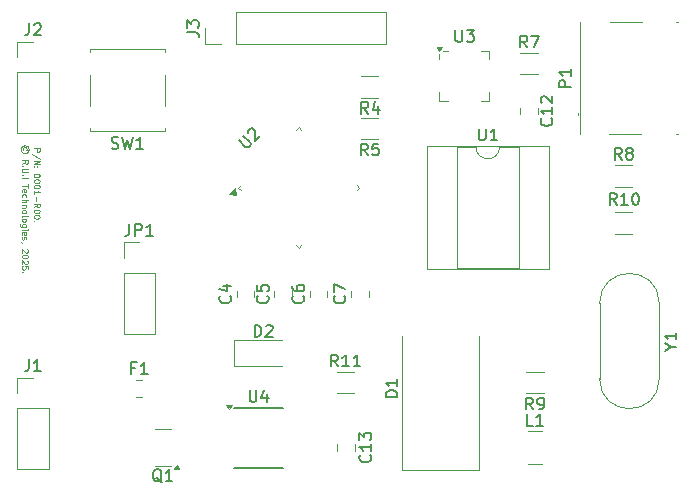
<source format=gbr>
%TF.GenerationSoftware,KiCad,Pcbnew,8.0.6*%
%TF.CreationDate,2025-05-31T11:47:03-05:00*%
%TF.ProjectId,TPS_Calibration_Board,5450535f-4361-46c6-9962-726174696f6e,rev?*%
%TF.SameCoordinates,Original*%
%TF.FileFunction,Legend,Top*%
%TF.FilePolarity,Positive*%
%FSLAX46Y46*%
G04 Gerber Fmt 4.6, Leading zero omitted, Abs format (unit mm)*
G04 Created by KiCad (PCBNEW 8.0.6) date 2025-05-31 11:47:03*
%MOMM*%
%LPD*%
G01*
G04 APERTURE LIST*
%ADD10C,0.100000*%
%ADD11C,0.150000*%
%ADD12C,0.120000*%
G04 APERTURE END LIST*
D10*
X141566390Y-94934836D02*
X142066390Y-94934836D01*
X142066390Y-94934836D02*
X142066390Y-95125312D01*
X142066390Y-95125312D02*
X142042580Y-95172931D01*
X142042580Y-95172931D02*
X142018771Y-95196741D01*
X142018771Y-95196741D02*
X141971152Y-95220550D01*
X141971152Y-95220550D02*
X141899723Y-95220550D01*
X141899723Y-95220550D02*
X141852104Y-95196741D01*
X141852104Y-95196741D02*
X141828295Y-95172931D01*
X141828295Y-95172931D02*
X141804485Y-95125312D01*
X141804485Y-95125312D02*
X141804485Y-94934836D01*
X142090200Y-95791979D02*
X141447342Y-95363408D01*
X141566390Y-95958646D02*
X142066390Y-95958646D01*
X142066390Y-95958646D02*
X141566390Y-96244360D01*
X141566390Y-96244360D02*
X142066390Y-96244360D01*
X141614009Y-96482456D02*
X141590200Y-96506266D01*
X141590200Y-96506266D02*
X141566390Y-96482456D01*
X141566390Y-96482456D02*
X141590200Y-96458647D01*
X141590200Y-96458647D02*
X141614009Y-96482456D01*
X141614009Y-96482456D02*
X141566390Y-96482456D01*
X141875914Y-96482456D02*
X141852104Y-96506266D01*
X141852104Y-96506266D02*
X141828295Y-96482456D01*
X141828295Y-96482456D02*
X141852104Y-96458647D01*
X141852104Y-96458647D02*
X141875914Y-96482456D01*
X141875914Y-96482456D02*
X141828295Y-96482456D01*
X142066390Y-97196741D02*
X142066390Y-97244360D01*
X142066390Y-97244360D02*
X142042580Y-97291979D01*
X142042580Y-97291979D02*
X142018771Y-97315789D01*
X142018771Y-97315789D02*
X141971152Y-97339598D01*
X141971152Y-97339598D02*
X141875914Y-97363408D01*
X141875914Y-97363408D02*
X141756866Y-97363408D01*
X141756866Y-97363408D02*
X141661628Y-97339598D01*
X141661628Y-97339598D02*
X141614009Y-97315789D01*
X141614009Y-97315789D02*
X141590200Y-97291979D01*
X141590200Y-97291979D02*
X141566390Y-97244360D01*
X141566390Y-97244360D02*
X141566390Y-97196741D01*
X141566390Y-97196741D02*
X141590200Y-97149122D01*
X141590200Y-97149122D02*
X141614009Y-97125313D01*
X141614009Y-97125313D02*
X141661628Y-97101503D01*
X141661628Y-97101503D02*
X141756866Y-97077694D01*
X141756866Y-97077694D02*
X141875914Y-97077694D01*
X141875914Y-97077694D02*
X141971152Y-97101503D01*
X141971152Y-97101503D02*
X142018771Y-97125313D01*
X142018771Y-97125313D02*
X142042580Y-97149122D01*
X142042580Y-97149122D02*
X142066390Y-97196741D01*
X142066390Y-97672931D02*
X142066390Y-97720550D01*
X142066390Y-97720550D02*
X142042580Y-97768169D01*
X142042580Y-97768169D02*
X142018771Y-97791979D01*
X142018771Y-97791979D02*
X141971152Y-97815788D01*
X141971152Y-97815788D02*
X141875914Y-97839598D01*
X141875914Y-97839598D02*
X141756866Y-97839598D01*
X141756866Y-97839598D02*
X141661628Y-97815788D01*
X141661628Y-97815788D02*
X141614009Y-97791979D01*
X141614009Y-97791979D02*
X141590200Y-97768169D01*
X141590200Y-97768169D02*
X141566390Y-97720550D01*
X141566390Y-97720550D02*
X141566390Y-97672931D01*
X141566390Y-97672931D02*
X141590200Y-97625312D01*
X141590200Y-97625312D02*
X141614009Y-97601503D01*
X141614009Y-97601503D02*
X141661628Y-97577693D01*
X141661628Y-97577693D02*
X141756866Y-97553884D01*
X141756866Y-97553884D02*
X141875914Y-97553884D01*
X141875914Y-97553884D02*
X141971152Y-97577693D01*
X141971152Y-97577693D02*
X142018771Y-97601503D01*
X142018771Y-97601503D02*
X142042580Y-97625312D01*
X142042580Y-97625312D02*
X142066390Y-97672931D01*
X142066390Y-98149121D02*
X142066390Y-98196740D01*
X142066390Y-98196740D02*
X142042580Y-98244359D01*
X142042580Y-98244359D02*
X142018771Y-98268169D01*
X142018771Y-98268169D02*
X141971152Y-98291978D01*
X141971152Y-98291978D02*
X141875914Y-98315788D01*
X141875914Y-98315788D02*
X141756866Y-98315788D01*
X141756866Y-98315788D02*
X141661628Y-98291978D01*
X141661628Y-98291978D02*
X141614009Y-98268169D01*
X141614009Y-98268169D02*
X141590200Y-98244359D01*
X141590200Y-98244359D02*
X141566390Y-98196740D01*
X141566390Y-98196740D02*
X141566390Y-98149121D01*
X141566390Y-98149121D02*
X141590200Y-98101502D01*
X141590200Y-98101502D02*
X141614009Y-98077693D01*
X141614009Y-98077693D02*
X141661628Y-98053883D01*
X141661628Y-98053883D02*
X141756866Y-98030074D01*
X141756866Y-98030074D02*
X141875914Y-98030074D01*
X141875914Y-98030074D02*
X141971152Y-98053883D01*
X141971152Y-98053883D02*
X142018771Y-98077693D01*
X142018771Y-98077693D02*
X142042580Y-98101502D01*
X142042580Y-98101502D02*
X142066390Y-98149121D01*
X141566390Y-98791978D02*
X141566390Y-98506264D01*
X141566390Y-98649121D02*
X142066390Y-98649121D01*
X142066390Y-98649121D02*
X141994961Y-98601502D01*
X141994961Y-98601502D02*
X141947342Y-98553883D01*
X141947342Y-98553883D02*
X141923533Y-98506264D01*
X141756866Y-99006263D02*
X141756866Y-99387216D01*
X141566390Y-99911025D02*
X141804485Y-99744359D01*
X141566390Y-99625311D02*
X142066390Y-99625311D01*
X142066390Y-99625311D02*
X142066390Y-99815787D01*
X142066390Y-99815787D02*
X142042580Y-99863406D01*
X142042580Y-99863406D02*
X142018771Y-99887216D01*
X142018771Y-99887216D02*
X141971152Y-99911025D01*
X141971152Y-99911025D02*
X141899723Y-99911025D01*
X141899723Y-99911025D02*
X141852104Y-99887216D01*
X141852104Y-99887216D02*
X141828295Y-99863406D01*
X141828295Y-99863406D02*
X141804485Y-99815787D01*
X141804485Y-99815787D02*
X141804485Y-99625311D01*
X142066390Y-100220549D02*
X142066390Y-100268168D01*
X142066390Y-100268168D02*
X142042580Y-100315787D01*
X142042580Y-100315787D02*
X142018771Y-100339597D01*
X142018771Y-100339597D02*
X141971152Y-100363406D01*
X141971152Y-100363406D02*
X141875914Y-100387216D01*
X141875914Y-100387216D02*
X141756866Y-100387216D01*
X141756866Y-100387216D02*
X141661628Y-100363406D01*
X141661628Y-100363406D02*
X141614009Y-100339597D01*
X141614009Y-100339597D02*
X141590200Y-100315787D01*
X141590200Y-100315787D02*
X141566390Y-100268168D01*
X141566390Y-100268168D02*
X141566390Y-100220549D01*
X141566390Y-100220549D02*
X141590200Y-100172930D01*
X141590200Y-100172930D02*
X141614009Y-100149121D01*
X141614009Y-100149121D02*
X141661628Y-100125311D01*
X141661628Y-100125311D02*
X141756866Y-100101502D01*
X141756866Y-100101502D02*
X141875914Y-100101502D01*
X141875914Y-100101502D02*
X141971152Y-100125311D01*
X141971152Y-100125311D02*
X142018771Y-100149121D01*
X142018771Y-100149121D02*
X142042580Y-100172930D01*
X142042580Y-100172930D02*
X142066390Y-100220549D01*
X142066390Y-100696739D02*
X142066390Y-100744358D01*
X142066390Y-100744358D02*
X142042580Y-100791977D01*
X142042580Y-100791977D02*
X142018771Y-100815787D01*
X142018771Y-100815787D02*
X141971152Y-100839596D01*
X141971152Y-100839596D02*
X141875914Y-100863406D01*
X141875914Y-100863406D02*
X141756866Y-100863406D01*
X141756866Y-100863406D02*
X141661628Y-100839596D01*
X141661628Y-100839596D02*
X141614009Y-100815787D01*
X141614009Y-100815787D02*
X141590200Y-100791977D01*
X141590200Y-100791977D02*
X141566390Y-100744358D01*
X141566390Y-100744358D02*
X141566390Y-100696739D01*
X141566390Y-100696739D02*
X141590200Y-100649120D01*
X141590200Y-100649120D02*
X141614009Y-100625311D01*
X141614009Y-100625311D02*
X141661628Y-100601501D01*
X141661628Y-100601501D02*
X141756866Y-100577692D01*
X141756866Y-100577692D02*
X141875914Y-100577692D01*
X141875914Y-100577692D02*
X141971152Y-100601501D01*
X141971152Y-100601501D02*
X142018771Y-100625311D01*
X142018771Y-100625311D02*
X142042580Y-100649120D01*
X142042580Y-100649120D02*
X142066390Y-100696739D01*
X141614009Y-101077691D02*
X141590200Y-101101501D01*
X141590200Y-101101501D02*
X141566390Y-101077691D01*
X141566390Y-101077691D02*
X141590200Y-101053882D01*
X141590200Y-101053882D02*
X141614009Y-101077691D01*
X141614009Y-101077691D02*
X141566390Y-101077691D01*
X140947342Y-95089598D02*
X140971152Y-95041979D01*
X140971152Y-95041979D02*
X140971152Y-94946741D01*
X140971152Y-94946741D02*
X140947342Y-94899122D01*
X140947342Y-94899122D02*
X140899723Y-94851503D01*
X140899723Y-94851503D02*
X140852104Y-94827693D01*
X140852104Y-94827693D02*
X140756866Y-94827693D01*
X140756866Y-94827693D02*
X140709247Y-94851503D01*
X140709247Y-94851503D02*
X140661628Y-94899122D01*
X140661628Y-94899122D02*
X140637819Y-94946741D01*
X140637819Y-94946741D02*
X140637819Y-95041979D01*
X140637819Y-95041979D02*
X140661628Y-95089598D01*
X141137819Y-94994360D02*
X141114009Y-94875312D01*
X141114009Y-94875312D02*
X141042580Y-94756265D01*
X141042580Y-94756265D02*
X140923533Y-94684836D01*
X140923533Y-94684836D02*
X140804485Y-94661027D01*
X140804485Y-94661027D02*
X140685438Y-94684836D01*
X140685438Y-94684836D02*
X140566390Y-94756265D01*
X140566390Y-94756265D02*
X140494961Y-94875312D01*
X140494961Y-94875312D02*
X140471152Y-94994360D01*
X140471152Y-94994360D02*
X140494961Y-95113408D01*
X140494961Y-95113408D02*
X140566390Y-95232455D01*
X140566390Y-95232455D02*
X140685438Y-95303884D01*
X140685438Y-95303884D02*
X140804485Y-95327693D01*
X140804485Y-95327693D02*
X140923533Y-95303884D01*
X140923533Y-95303884D02*
X141042580Y-95232455D01*
X141042580Y-95232455D02*
X141114009Y-95113408D01*
X141114009Y-95113408D02*
X141137819Y-94994360D01*
X140566390Y-96208645D02*
X140804485Y-96041979D01*
X140566390Y-95922931D02*
X141066390Y-95922931D01*
X141066390Y-95922931D02*
X141066390Y-96113407D01*
X141066390Y-96113407D02*
X141042580Y-96161026D01*
X141042580Y-96161026D02*
X141018771Y-96184836D01*
X141018771Y-96184836D02*
X140971152Y-96208645D01*
X140971152Y-96208645D02*
X140899723Y-96208645D01*
X140899723Y-96208645D02*
X140852104Y-96184836D01*
X140852104Y-96184836D02*
X140828295Y-96161026D01*
X140828295Y-96161026D02*
X140804485Y-96113407D01*
X140804485Y-96113407D02*
X140804485Y-95922931D01*
X140614009Y-96422931D02*
X140590200Y-96446741D01*
X140590200Y-96446741D02*
X140566390Y-96422931D01*
X140566390Y-96422931D02*
X140590200Y-96399122D01*
X140590200Y-96399122D02*
X140614009Y-96422931D01*
X140614009Y-96422931D02*
X140566390Y-96422931D01*
X141066390Y-96661026D02*
X140661628Y-96661026D01*
X140661628Y-96661026D02*
X140614009Y-96684836D01*
X140614009Y-96684836D02*
X140590200Y-96708645D01*
X140590200Y-96708645D02*
X140566390Y-96756264D01*
X140566390Y-96756264D02*
X140566390Y-96851502D01*
X140566390Y-96851502D02*
X140590200Y-96899121D01*
X140590200Y-96899121D02*
X140614009Y-96922931D01*
X140614009Y-96922931D02*
X140661628Y-96946740D01*
X140661628Y-96946740D02*
X141066390Y-96946740D01*
X140614009Y-97184836D02*
X140590200Y-97208646D01*
X140590200Y-97208646D02*
X140566390Y-97184836D01*
X140566390Y-97184836D02*
X140590200Y-97161027D01*
X140590200Y-97161027D02*
X140614009Y-97184836D01*
X140614009Y-97184836D02*
X140566390Y-97184836D01*
X140566390Y-97422931D02*
X141066390Y-97422931D01*
X141066390Y-97970550D02*
X141066390Y-98256264D01*
X140566390Y-98113407D02*
X141066390Y-98113407D01*
X140590200Y-98613406D02*
X140566390Y-98565787D01*
X140566390Y-98565787D02*
X140566390Y-98470549D01*
X140566390Y-98470549D02*
X140590200Y-98422930D01*
X140590200Y-98422930D02*
X140637819Y-98399121D01*
X140637819Y-98399121D02*
X140828295Y-98399121D01*
X140828295Y-98399121D02*
X140875914Y-98422930D01*
X140875914Y-98422930D02*
X140899723Y-98470549D01*
X140899723Y-98470549D02*
X140899723Y-98565787D01*
X140899723Y-98565787D02*
X140875914Y-98613406D01*
X140875914Y-98613406D02*
X140828295Y-98637216D01*
X140828295Y-98637216D02*
X140780676Y-98637216D01*
X140780676Y-98637216D02*
X140733057Y-98399121D01*
X140590200Y-99065787D02*
X140566390Y-99018168D01*
X140566390Y-99018168D02*
X140566390Y-98922930D01*
X140566390Y-98922930D02*
X140590200Y-98875311D01*
X140590200Y-98875311D02*
X140614009Y-98851501D01*
X140614009Y-98851501D02*
X140661628Y-98827692D01*
X140661628Y-98827692D02*
X140804485Y-98827692D01*
X140804485Y-98827692D02*
X140852104Y-98851501D01*
X140852104Y-98851501D02*
X140875914Y-98875311D01*
X140875914Y-98875311D02*
X140899723Y-98922930D01*
X140899723Y-98922930D02*
X140899723Y-99018168D01*
X140899723Y-99018168D02*
X140875914Y-99065787D01*
X140566390Y-99280072D02*
X141066390Y-99280072D01*
X140566390Y-99494358D02*
X140828295Y-99494358D01*
X140828295Y-99494358D02*
X140875914Y-99470548D01*
X140875914Y-99470548D02*
X140899723Y-99422929D01*
X140899723Y-99422929D02*
X140899723Y-99351501D01*
X140899723Y-99351501D02*
X140875914Y-99303882D01*
X140875914Y-99303882D02*
X140852104Y-99280072D01*
X140899723Y-99732453D02*
X140566390Y-99732453D01*
X140852104Y-99732453D02*
X140875914Y-99756263D01*
X140875914Y-99756263D02*
X140899723Y-99803882D01*
X140899723Y-99803882D02*
X140899723Y-99875310D01*
X140899723Y-99875310D02*
X140875914Y-99922929D01*
X140875914Y-99922929D02*
X140828295Y-99946739D01*
X140828295Y-99946739D02*
X140566390Y-99946739D01*
X140566390Y-100256263D02*
X140590200Y-100208644D01*
X140590200Y-100208644D02*
X140614009Y-100184834D01*
X140614009Y-100184834D02*
X140661628Y-100161025D01*
X140661628Y-100161025D02*
X140804485Y-100161025D01*
X140804485Y-100161025D02*
X140852104Y-100184834D01*
X140852104Y-100184834D02*
X140875914Y-100208644D01*
X140875914Y-100208644D02*
X140899723Y-100256263D01*
X140899723Y-100256263D02*
X140899723Y-100327691D01*
X140899723Y-100327691D02*
X140875914Y-100375310D01*
X140875914Y-100375310D02*
X140852104Y-100399120D01*
X140852104Y-100399120D02*
X140804485Y-100422929D01*
X140804485Y-100422929D02*
X140661628Y-100422929D01*
X140661628Y-100422929D02*
X140614009Y-100399120D01*
X140614009Y-100399120D02*
X140590200Y-100375310D01*
X140590200Y-100375310D02*
X140566390Y-100327691D01*
X140566390Y-100327691D02*
X140566390Y-100256263D01*
X140566390Y-100708644D02*
X140590200Y-100661025D01*
X140590200Y-100661025D02*
X140637819Y-100637215D01*
X140637819Y-100637215D02*
X141066390Y-100637215D01*
X140566390Y-100970549D02*
X140590200Y-100922930D01*
X140590200Y-100922930D02*
X140614009Y-100899120D01*
X140614009Y-100899120D02*
X140661628Y-100875311D01*
X140661628Y-100875311D02*
X140804485Y-100875311D01*
X140804485Y-100875311D02*
X140852104Y-100899120D01*
X140852104Y-100899120D02*
X140875914Y-100922930D01*
X140875914Y-100922930D02*
X140899723Y-100970549D01*
X140899723Y-100970549D02*
X140899723Y-101041977D01*
X140899723Y-101041977D02*
X140875914Y-101089596D01*
X140875914Y-101089596D02*
X140852104Y-101113406D01*
X140852104Y-101113406D02*
X140804485Y-101137215D01*
X140804485Y-101137215D02*
X140661628Y-101137215D01*
X140661628Y-101137215D02*
X140614009Y-101113406D01*
X140614009Y-101113406D02*
X140590200Y-101089596D01*
X140590200Y-101089596D02*
X140566390Y-101041977D01*
X140566390Y-101041977D02*
X140566390Y-100970549D01*
X140899723Y-101565787D02*
X140494961Y-101565787D01*
X140494961Y-101565787D02*
X140447342Y-101541977D01*
X140447342Y-101541977D02*
X140423533Y-101518168D01*
X140423533Y-101518168D02*
X140399723Y-101470549D01*
X140399723Y-101470549D02*
X140399723Y-101399120D01*
X140399723Y-101399120D02*
X140423533Y-101351501D01*
X140590200Y-101565787D02*
X140566390Y-101518168D01*
X140566390Y-101518168D02*
X140566390Y-101422930D01*
X140566390Y-101422930D02*
X140590200Y-101375311D01*
X140590200Y-101375311D02*
X140614009Y-101351501D01*
X140614009Y-101351501D02*
X140661628Y-101327692D01*
X140661628Y-101327692D02*
X140804485Y-101327692D01*
X140804485Y-101327692D02*
X140852104Y-101351501D01*
X140852104Y-101351501D02*
X140875914Y-101375311D01*
X140875914Y-101375311D02*
X140899723Y-101422930D01*
X140899723Y-101422930D02*
X140899723Y-101518168D01*
X140899723Y-101518168D02*
X140875914Y-101565787D01*
X140566390Y-101803882D02*
X140899723Y-101803882D01*
X141066390Y-101803882D02*
X141042580Y-101780073D01*
X141042580Y-101780073D02*
X141018771Y-101803882D01*
X141018771Y-101803882D02*
X141042580Y-101827692D01*
X141042580Y-101827692D02*
X141066390Y-101803882D01*
X141066390Y-101803882D02*
X141018771Y-101803882D01*
X140590200Y-102232453D02*
X140566390Y-102184834D01*
X140566390Y-102184834D02*
X140566390Y-102089596D01*
X140566390Y-102089596D02*
X140590200Y-102041977D01*
X140590200Y-102041977D02*
X140637819Y-102018168D01*
X140637819Y-102018168D02*
X140828295Y-102018168D01*
X140828295Y-102018168D02*
X140875914Y-102041977D01*
X140875914Y-102041977D02*
X140899723Y-102089596D01*
X140899723Y-102089596D02*
X140899723Y-102184834D01*
X140899723Y-102184834D02*
X140875914Y-102232453D01*
X140875914Y-102232453D02*
X140828295Y-102256263D01*
X140828295Y-102256263D02*
X140780676Y-102256263D01*
X140780676Y-102256263D02*
X140733057Y-102018168D01*
X140590200Y-102446739D02*
X140566390Y-102494358D01*
X140566390Y-102494358D02*
X140566390Y-102589596D01*
X140566390Y-102589596D02*
X140590200Y-102637215D01*
X140590200Y-102637215D02*
X140637819Y-102661024D01*
X140637819Y-102661024D02*
X140661628Y-102661024D01*
X140661628Y-102661024D02*
X140709247Y-102637215D01*
X140709247Y-102637215D02*
X140733057Y-102589596D01*
X140733057Y-102589596D02*
X140733057Y-102518167D01*
X140733057Y-102518167D02*
X140756866Y-102470548D01*
X140756866Y-102470548D02*
X140804485Y-102446739D01*
X140804485Y-102446739D02*
X140828295Y-102446739D01*
X140828295Y-102446739D02*
X140875914Y-102470548D01*
X140875914Y-102470548D02*
X140899723Y-102518167D01*
X140899723Y-102518167D02*
X140899723Y-102589596D01*
X140899723Y-102589596D02*
X140875914Y-102637215D01*
X140590200Y-102899120D02*
X140566390Y-102899120D01*
X140566390Y-102899120D02*
X140518771Y-102875310D01*
X140518771Y-102875310D02*
X140494961Y-102851501D01*
X141018771Y-103470548D02*
X141042580Y-103494357D01*
X141042580Y-103494357D02*
X141066390Y-103541976D01*
X141066390Y-103541976D02*
X141066390Y-103661024D01*
X141066390Y-103661024D02*
X141042580Y-103708643D01*
X141042580Y-103708643D02*
X141018771Y-103732452D01*
X141018771Y-103732452D02*
X140971152Y-103756262D01*
X140971152Y-103756262D02*
X140923533Y-103756262D01*
X140923533Y-103756262D02*
X140852104Y-103732452D01*
X140852104Y-103732452D02*
X140566390Y-103446738D01*
X140566390Y-103446738D02*
X140566390Y-103756262D01*
X141066390Y-104065785D02*
X141066390Y-104113404D01*
X141066390Y-104113404D02*
X141042580Y-104161023D01*
X141042580Y-104161023D02*
X141018771Y-104184833D01*
X141018771Y-104184833D02*
X140971152Y-104208642D01*
X140971152Y-104208642D02*
X140875914Y-104232452D01*
X140875914Y-104232452D02*
X140756866Y-104232452D01*
X140756866Y-104232452D02*
X140661628Y-104208642D01*
X140661628Y-104208642D02*
X140614009Y-104184833D01*
X140614009Y-104184833D02*
X140590200Y-104161023D01*
X140590200Y-104161023D02*
X140566390Y-104113404D01*
X140566390Y-104113404D02*
X140566390Y-104065785D01*
X140566390Y-104065785D02*
X140590200Y-104018166D01*
X140590200Y-104018166D02*
X140614009Y-103994357D01*
X140614009Y-103994357D02*
X140661628Y-103970547D01*
X140661628Y-103970547D02*
X140756866Y-103946738D01*
X140756866Y-103946738D02*
X140875914Y-103946738D01*
X140875914Y-103946738D02*
X140971152Y-103970547D01*
X140971152Y-103970547D02*
X141018771Y-103994357D01*
X141018771Y-103994357D02*
X141042580Y-104018166D01*
X141042580Y-104018166D02*
X141066390Y-104065785D01*
X141018771Y-104422928D02*
X141042580Y-104446737D01*
X141042580Y-104446737D02*
X141066390Y-104494356D01*
X141066390Y-104494356D02*
X141066390Y-104613404D01*
X141066390Y-104613404D02*
X141042580Y-104661023D01*
X141042580Y-104661023D02*
X141018771Y-104684832D01*
X141018771Y-104684832D02*
X140971152Y-104708642D01*
X140971152Y-104708642D02*
X140923533Y-104708642D01*
X140923533Y-104708642D02*
X140852104Y-104684832D01*
X140852104Y-104684832D02*
X140566390Y-104399118D01*
X140566390Y-104399118D02*
X140566390Y-104708642D01*
X141066390Y-105161022D02*
X141066390Y-104922927D01*
X141066390Y-104922927D02*
X140828295Y-104899118D01*
X140828295Y-104899118D02*
X140852104Y-104922927D01*
X140852104Y-104922927D02*
X140875914Y-104970546D01*
X140875914Y-104970546D02*
X140875914Y-105089594D01*
X140875914Y-105089594D02*
X140852104Y-105137213D01*
X140852104Y-105137213D02*
X140828295Y-105161022D01*
X140828295Y-105161022D02*
X140780676Y-105184832D01*
X140780676Y-105184832D02*
X140661628Y-105184832D01*
X140661628Y-105184832D02*
X140614009Y-105161022D01*
X140614009Y-105161022D02*
X140590200Y-105137213D01*
X140590200Y-105137213D02*
X140566390Y-105089594D01*
X140566390Y-105089594D02*
X140566390Y-104970546D01*
X140566390Y-104970546D02*
X140590200Y-104922927D01*
X140590200Y-104922927D02*
X140614009Y-104899118D01*
X140614009Y-105399117D02*
X140590200Y-105422927D01*
X140590200Y-105422927D02*
X140566390Y-105399117D01*
X140566390Y-105399117D02*
X140590200Y-105375308D01*
X140590200Y-105375308D02*
X140614009Y-105399117D01*
X140614009Y-105399117D02*
X140566390Y-105399117D01*
D11*
X179248095Y-93254819D02*
X179248095Y-94064342D01*
X179248095Y-94064342D02*
X179295714Y-94159580D01*
X179295714Y-94159580D02*
X179343333Y-94207200D01*
X179343333Y-94207200D02*
X179438571Y-94254819D01*
X179438571Y-94254819D02*
X179629047Y-94254819D01*
X179629047Y-94254819D02*
X179724285Y-94207200D01*
X179724285Y-94207200D02*
X179771904Y-94159580D01*
X179771904Y-94159580D02*
X179819523Y-94064342D01*
X179819523Y-94064342D02*
X179819523Y-93254819D01*
X180819523Y-94254819D02*
X180248095Y-94254819D01*
X180533809Y-94254819D02*
X180533809Y-93254819D01*
X180533809Y-93254819D02*
X180438571Y-93397676D01*
X180438571Y-93397676D02*
X180343333Y-93492914D01*
X180343333Y-93492914D02*
X180248095Y-93540533D01*
X195503628Y-111716190D02*
X195979819Y-111716190D01*
X194979819Y-112049523D02*
X195503628Y-111716190D01*
X195503628Y-111716190D02*
X194979819Y-111382857D01*
X195979819Y-110525714D02*
X195979819Y-111097142D01*
X195979819Y-110811428D02*
X194979819Y-110811428D01*
X194979819Y-110811428D02*
X195122676Y-110906666D01*
X195122676Y-110906666D02*
X195217914Y-111001904D01*
X195217914Y-111001904D02*
X195265533Y-111097142D01*
X177263095Y-84899819D02*
X177263095Y-85709342D01*
X177263095Y-85709342D02*
X177310714Y-85804580D01*
X177310714Y-85804580D02*
X177358333Y-85852200D01*
X177358333Y-85852200D02*
X177453571Y-85899819D01*
X177453571Y-85899819D02*
X177644047Y-85899819D01*
X177644047Y-85899819D02*
X177739285Y-85852200D01*
X177739285Y-85852200D02*
X177786904Y-85804580D01*
X177786904Y-85804580D02*
X177834523Y-85709342D01*
X177834523Y-85709342D02*
X177834523Y-84899819D01*
X178215476Y-84899819D02*
X178834523Y-84899819D01*
X178834523Y-84899819D02*
X178501190Y-85280771D01*
X178501190Y-85280771D02*
X178644047Y-85280771D01*
X178644047Y-85280771D02*
X178739285Y-85328390D01*
X178739285Y-85328390D02*
X178786904Y-85376009D01*
X178786904Y-85376009D02*
X178834523Y-85471247D01*
X178834523Y-85471247D02*
X178834523Y-85709342D01*
X178834523Y-85709342D02*
X178786904Y-85804580D01*
X178786904Y-85804580D02*
X178739285Y-85852200D01*
X178739285Y-85852200D02*
X178644047Y-85899819D01*
X178644047Y-85899819D02*
X178358333Y-85899819D01*
X178358333Y-85899819D02*
X178263095Y-85852200D01*
X178263095Y-85852200D02*
X178215476Y-85804580D01*
X158917962Y-94245458D02*
X159490382Y-94817878D01*
X159490382Y-94817878D02*
X159591397Y-94851550D01*
X159591397Y-94851550D02*
X159658741Y-94851550D01*
X159658741Y-94851550D02*
X159759756Y-94817878D01*
X159759756Y-94817878D02*
X159894443Y-94683191D01*
X159894443Y-94683191D02*
X159928115Y-94582176D01*
X159928115Y-94582176D02*
X159928115Y-94514832D01*
X159928115Y-94514832D02*
X159894443Y-94413817D01*
X159894443Y-94413817D02*
X159322023Y-93841397D01*
X159692413Y-93605695D02*
X159692413Y-93538352D01*
X159692413Y-93538352D02*
X159726084Y-93437336D01*
X159726084Y-93437336D02*
X159894443Y-93268978D01*
X159894443Y-93268978D02*
X159995458Y-93235306D01*
X159995458Y-93235306D02*
X160062802Y-93235306D01*
X160062802Y-93235306D02*
X160163817Y-93268978D01*
X160163817Y-93268978D02*
X160231161Y-93336321D01*
X160231161Y-93336321D02*
X160298504Y-93471008D01*
X160298504Y-93471008D02*
X160298504Y-94279130D01*
X160298504Y-94279130D02*
X160736237Y-93841397D01*
X148166667Y-94907200D02*
X148309524Y-94954819D01*
X148309524Y-94954819D02*
X148547619Y-94954819D01*
X148547619Y-94954819D02*
X148642857Y-94907200D01*
X148642857Y-94907200D02*
X148690476Y-94859580D01*
X148690476Y-94859580D02*
X148738095Y-94764342D01*
X148738095Y-94764342D02*
X148738095Y-94669104D01*
X148738095Y-94669104D02*
X148690476Y-94573866D01*
X148690476Y-94573866D02*
X148642857Y-94526247D01*
X148642857Y-94526247D02*
X148547619Y-94478628D01*
X148547619Y-94478628D02*
X148357143Y-94431009D01*
X148357143Y-94431009D02*
X148261905Y-94383390D01*
X148261905Y-94383390D02*
X148214286Y-94335771D01*
X148214286Y-94335771D02*
X148166667Y-94240533D01*
X148166667Y-94240533D02*
X148166667Y-94145295D01*
X148166667Y-94145295D02*
X148214286Y-94050057D01*
X148214286Y-94050057D02*
X148261905Y-94002438D01*
X148261905Y-94002438D02*
X148357143Y-93954819D01*
X148357143Y-93954819D02*
X148595238Y-93954819D01*
X148595238Y-93954819D02*
X148738095Y-94002438D01*
X149071429Y-93954819D02*
X149309524Y-94954819D01*
X149309524Y-94954819D02*
X149500000Y-94240533D01*
X149500000Y-94240533D02*
X149690476Y-94954819D01*
X149690476Y-94954819D02*
X149928572Y-93954819D01*
X150833333Y-94954819D02*
X150261905Y-94954819D01*
X150547619Y-94954819D02*
X150547619Y-93954819D01*
X150547619Y-93954819D02*
X150452381Y-94097676D01*
X150452381Y-94097676D02*
X150357143Y-94192914D01*
X150357143Y-94192914D02*
X150261905Y-94240533D01*
X167307142Y-113384819D02*
X166973809Y-112908628D01*
X166735714Y-113384819D02*
X166735714Y-112384819D01*
X166735714Y-112384819D02*
X167116666Y-112384819D01*
X167116666Y-112384819D02*
X167211904Y-112432438D01*
X167211904Y-112432438D02*
X167259523Y-112480057D01*
X167259523Y-112480057D02*
X167307142Y-112575295D01*
X167307142Y-112575295D02*
X167307142Y-112718152D01*
X167307142Y-112718152D02*
X167259523Y-112813390D01*
X167259523Y-112813390D02*
X167211904Y-112861009D01*
X167211904Y-112861009D02*
X167116666Y-112908628D01*
X167116666Y-112908628D02*
X166735714Y-112908628D01*
X168259523Y-113384819D02*
X167688095Y-113384819D01*
X167973809Y-113384819D02*
X167973809Y-112384819D01*
X167973809Y-112384819D02*
X167878571Y-112527676D01*
X167878571Y-112527676D02*
X167783333Y-112622914D01*
X167783333Y-112622914D02*
X167688095Y-112670533D01*
X169211904Y-113384819D02*
X168640476Y-113384819D01*
X168926190Y-113384819D02*
X168926190Y-112384819D01*
X168926190Y-112384819D02*
X168830952Y-112527676D01*
X168830952Y-112527676D02*
X168735714Y-112622914D01*
X168735714Y-112622914D02*
X168640476Y-112670533D01*
X190907142Y-99704819D02*
X190573809Y-99228628D01*
X190335714Y-99704819D02*
X190335714Y-98704819D01*
X190335714Y-98704819D02*
X190716666Y-98704819D01*
X190716666Y-98704819D02*
X190811904Y-98752438D01*
X190811904Y-98752438D02*
X190859523Y-98800057D01*
X190859523Y-98800057D02*
X190907142Y-98895295D01*
X190907142Y-98895295D02*
X190907142Y-99038152D01*
X190907142Y-99038152D02*
X190859523Y-99133390D01*
X190859523Y-99133390D02*
X190811904Y-99181009D01*
X190811904Y-99181009D02*
X190716666Y-99228628D01*
X190716666Y-99228628D02*
X190335714Y-99228628D01*
X191859523Y-99704819D02*
X191288095Y-99704819D01*
X191573809Y-99704819D02*
X191573809Y-98704819D01*
X191573809Y-98704819D02*
X191478571Y-98847676D01*
X191478571Y-98847676D02*
X191383333Y-98942914D01*
X191383333Y-98942914D02*
X191288095Y-98990533D01*
X192478571Y-98704819D02*
X192573809Y-98704819D01*
X192573809Y-98704819D02*
X192669047Y-98752438D01*
X192669047Y-98752438D02*
X192716666Y-98800057D01*
X192716666Y-98800057D02*
X192764285Y-98895295D01*
X192764285Y-98895295D02*
X192811904Y-99085771D01*
X192811904Y-99085771D02*
X192811904Y-99323866D01*
X192811904Y-99323866D02*
X192764285Y-99514342D01*
X192764285Y-99514342D02*
X192716666Y-99609580D01*
X192716666Y-99609580D02*
X192669047Y-99657200D01*
X192669047Y-99657200D02*
X192573809Y-99704819D01*
X192573809Y-99704819D02*
X192478571Y-99704819D01*
X192478571Y-99704819D02*
X192383333Y-99657200D01*
X192383333Y-99657200D02*
X192335714Y-99609580D01*
X192335714Y-99609580D02*
X192288095Y-99514342D01*
X192288095Y-99514342D02*
X192240476Y-99323866D01*
X192240476Y-99323866D02*
X192240476Y-99085771D01*
X192240476Y-99085771D02*
X192288095Y-98895295D01*
X192288095Y-98895295D02*
X192335714Y-98800057D01*
X192335714Y-98800057D02*
X192383333Y-98752438D01*
X192383333Y-98752438D02*
X192478571Y-98704819D01*
X183833333Y-117024819D02*
X183500000Y-116548628D01*
X183261905Y-117024819D02*
X183261905Y-116024819D01*
X183261905Y-116024819D02*
X183642857Y-116024819D01*
X183642857Y-116024819D02*
X183738095Y-116072438D01*
X183738095Y-116072438D02*
X183785714Y-116120057D01*
X183785714Y-116120057D02*
X183833333Y-116215295D01*
X183833333Y-116215295D02*
X183833333Y-116358152D01*
X183833333Y-116358152D02*
X183785714Y-116453390D01*
X183785714Y-116453390D02*
X183738095Y-116501009D01*
X183738095Y-116501009D02*
X183642857Y-116548628D01*
X183642857Y-116548628D02*
X183261905Y-116548628D01*
X184309524Y-117024819D02*
X184500000Y-117024819D01*
X184500000Y-117024819D02*
X184595238Y-116977200D01*
X184595238Y-116977200D02*
X184642857Y-116929580D01*
X184642857Y-116929580D02*
X184738095Y-116786723D01*
X184738095Y-116786723D02*
X184785714Y-116596247D01*
X184785714Y-116596247D02*
X184785714Y-116215295D01*
X184785714Y-116215295D02*
X184738095Y-116120057D01*
X184738095Y-116120057D02*
X184690476Y-116072438D01*
X184690476Y-116072438D02*
X184595238Y-116024819D01*
X184595238Y-116024819D02*
X184404762Y-116024819D01*
X184404762Y-116024819D02*
X184309524Y-116072438D01*
X184309524Y-116072438D02*
X184261905Y-116120057D01*
X184261905Y-116120057D02*
X184214286Y-116215295D01*
X184214286Y-116215295D02*
X184214286Y-116453390D01*
X184214286Y-116453390D02*
X184261905Y-116548628D01*
X184261905Y-116548628D02*
X184309524Y-116596247D01*
X184309524Y-116596247D02*
X184404762Y-116643866D01*
X184404762Y-116643866D02*
X184595238Y-116643866D01*
X184595238Y-116643866D02*
X184690476Y-116596247D01*
X184690476Y-116596247D02*
X184738095Y-116548628D01*
X184738095Y-116548628D02*
X184785714Y-116453390D01*
X191333333Y-95884819D02*
X191000000Y-95408628D01*
X190761905Y-95884819D02*
X190761905Y-94884819D01*
X190761905Y-94884819D02*
X191142857Y-94884819D01*
X191142857Y-94884819D02*
X191238095Y-94932438D01*
X191238095Y-94932438D02*
X191285714Y-94980057D01*
X191285714Y-94980057D02*
X191333333Y-95075295D01*
X191333333Y-95075295D02*
X191333333Y-95218152D01*
X191333333Y-95218152D02*
X191285714Y-95313390D01*
X191285714Y-95313390D02*
X191238095Y-95361009D01*
X191238095Y-95361009D02*
X191142857Y-95408628D01*
X191142857Y-95408628D02*
X190761905Y-95408628D01*
X191904762Y-95313390D02*
X191809524Y-95265771D01*
X191809524Y-95265771D02*
X191761905Y-95218152D01*
X191761905Y-95218152D02*
X191714286Y-95122914D01*
X191714286Y-95122914D02*
X191714286Y-95075295D01*
X191714286Y-95075295D02*
X191761905Y-94980057D01*
X191761905Y-94980057D02*
X191809524Y-94932438D01*
X191809524Y-94932438D02*
X191904762Y-94884819D01*
X191904762Y-94884819D02*
X192095238Y-94884819D01*
X192095238Y-94884819D02*
X192190476Y-94932438D01*
X192190476Y-94932438D02*
X192238095Y-94980057D01*
X192238095Y-94980057D02*
X192285714Y-95075295D01*
X192285714Y-95075295D02*
X192285714Y-95122914D01*
X192285714Y-95122914D02*
X192238095Y-95218152D01*
X192238095Y-95218152D02*
X192190476Y-95265771D01*
X192190476Y-95265771D02*
X192095238Y-95313390D01*
X192095238Y-95313390D02*
X191904762Y-95313390D01*
X191904762Y-95313390D02*
X191809524Y-95361009D01*
X191809524Y-95361009D02*
X191761905Y-95408628D01*
X191761905Y-95408628D02*
X191714286Y-95503866D01*
X191714286Y-95503866D02*
X191714286Y-95694342D01*
X191714286Y-95694342D02*
X191761905Y-95789580D01*
X191761905Y-95789580D02*
X191809524Y-95837200D01*
X191809524Y-95837200D02*
X191904762Y-95884819D01*
X191904762Y-95884819D02*
X192095238Y-95884819D01*
X192095238Y-95884819D02*
X192190476Y-95837200D01*
X192190476Y-95837200D02*
X192238095Y-95789580D01*
X192238095Y-95789580D02*
X192285714Y-95694342D01*
X192285714Y-95694342D02*
X192285714Y-95503866D01*
X192285714Y-95503866D02*
X192238095Y-95408628D01*
X192238095Y-95408628D02*
X192190476Y-95361009D01*
X192190476Y-95361009D02*
X192095238Y-95313390D01*
X183333333Y-86384819D02*
X183000000Y-85908628D01*
X182761905Y-86384819D02*
X182761905Y-85384819D01*
X182761905Y-85384819D02*
X183142857Y-85384819D01*
X183142857Y-85384819D02*
X183238095Y-85432438D01*
X183238095Y-85432438D02*
X183285714Y-85480057D01*
X183285714Y-85480057D02*
X183333333Y-85575295D01*
X183333333Y-85575295D02*
X183333333Y-85718152D01*
X183333333Y-85718152D02*
X183285714Y-85813390D01*
X183285714Y-85813390D02*
X183238095Y-85861009D01*
X183238095Y-85861009D02*
X183142857Y-85908628D01*
X183142857Y-85908628D02*
X182761905Y-85908628D01*
X183666667Y-85384819D02*
X184333333Y-85384819D01*
X184333333Y-85384819D02*
X183904762Y-86384819D01*
X169833333Y-95524819D02*
X169500000Y-95048628D01*
X169261905Y-95524819D02*
X169261905Y-94524819D01*
X169261905Y-94524819D02*
X169642857Y-94524819D01*
X169642857Y-94524819D02*
X169738095Y-94572438D01*
X169738095Y-94572438D02*
X169785714Y-94620057D01*
X169785714Y-94620057D02*
X169833333Y-94715295D01*
X169833333Y-94715295D02*
X169833333Y-94858152D01*
X169833333Y-94858152D02*
X169785714Y-94953390D01*
X169785714Y-94953390D02*
X169738095Y-95001009D01*
X169738095Y-95001009D02*
X169642857Y-95048628D01*
X169642857Y-95048628D02*
X169261905Y-95048628D01*
X170738095Y-94524819D02*
X170261905Y-94524819D01*
X170261905Y-94524819D02*
X170214286Y-95001009D01*
X170214286Y-95001009D02*
X170261905Y-94953390D01*
X170261905Y-94953390D02*
X170357143Y-94905771D01*
X170357143Y-94905771D02*
X170595238Y-94905771D01*
X170595238Y-94905771D02*
X170690476Y-94953390D01*
X170690476Y-94953390D02*
X170738095Y-95001009D01*
X170738095Y-95001009D02*
X170785714Y-95096247D01*
X170785714Y-95096247D02*
X170785714Y-95334342D01*
X170785714Y-95334342D02*
X170738095Y-95429580D01*
X170738095Y-95429580D02*
X170690476Y-95477200D01*
X170690476Y-95477200D02*
X170595238Y-95524819D01*
X170595238Y-95524819D02*
X170357143Y-95524819D01*
X170357143Y-95524819D02*
X170261905Y-95477200D01*
X170261905Y-95477200D02*
X170214286Y-95429580D01*
X169870833Y-91984819D02*
X169537500Y-91508628D01*
X169299405Y-91984819D02*
X169299405Y-90984819D01*
X169299405Y-90984819D02*
X169680357Y-90984819D01*
X169680357Y-90984819D02*
X169775595Y-91032438D01*
X169775595Y-91032438D02*
X169823214Y-91080057D01*
X169823214Y-91080057D02*
X169870833Y-91175295D01*
X169870833Y-91175295D02*
X169870833Y-91318152D01*
X169870833Y-91318152D02*
X169823214Y-91413390D01*
X169823214Y-91413390D02*
X169775595Y-91461009D01*
X169775595Y-91461009D02*
X169680357Y-91508628D01*
X169680357Y-91508628D02*
X169299405Y-91508628D01*
X170727976Y-91318152D02*
X170727976Y-91984819D01*
X170489881Y-90937200D02*
X170251786Y-91651485D01*
X170251786Y-91651485D02*
X170870833Y-91651485D01*
X152404761Y-123200057D02*
X152309523Y-123152438D01*
X152309523Y-123152438D02*
X152214285Y-123057200D01*
X152214285Y-123057200D02*
X152071428Y-122914342D01*
X152071428Y-122914342D02*
X151976190Y-122866723D01*
X151976190Y-122866723D02*
X151880952Y-122866723D01*
X151928571Y-123104819D02*
X151833333Y-123057200D01*
X151833333Y-123057200D02*
X151738095Y-122961961D01*
X151738095Y-122961961D02*
X151690476Y-122771485D01*
X151690476Y-122771485D02*
X151690476Y-122438152D01*
X151690476Y-122438152D02*
X151738095Y-122247676D01*
X151738095Y-122247676D02*
X151833333Y-122152438D01*
X151833333Y-122152438D02*
X151928571Y-122104819D01*
X151928571Y-122104819D02*
X152119047Y-122104819D01*
X152119047Y-122104819D02*
X152214285Y-122152438D01*
X152214285Y-122152438D02*
X152309523Y-122247676D01*
X152309523Y-122247676D02*
X152357142Y-122438152D01*
X152357142Y-122438152D02*
X152357142Y-122771485D01*
X152357142Y-122771485D02*
X152309523Y-122961961D01*
X152309523Y-122961961D02*
X152214285Y-123057200D01*
X152214285Y-123057200D02*
X152119047Y-123104819D01*
X152119047Y-123104819D02*
X151928571Y-123104819D01*
X153309523Y-123104819D02*
X152738095Y-123104819D01*
X153023809Y-123104819D02*
X153023809Y-122104819D01*
X153023809Y-122104819D02*
X152928571Y-122247676D01*
X152928571Y-122247676D02*
X152833333Y-122342914D01*
X152833333Y-122342914D02*
X152738095Y-122390533D01*
X187054819Y-89738094D02*
X186054819Y-89738094D01*
X186054819Y-89738094D02*
X186054819Y-89357142D01*
X186054819Y-89357142D02*
X186102438Y-89261904D01*
X186102438Y-89261904D02*
X186150057Y-89214285D01*
X186150057Y-89214285D02*
X186245295Y-89166666D01*
X186245295Y-89166666D02*
X186388152Y-89166666D01*
X186388152Y-89166666D02*
X186483390Y-89214285D01*
X186483390Y-89214285D02*
X186531009Y-89261904D01*
X186531009Y-89261904D02*
X186578628Y-89357142D01*
X186578628Y-89357142D02*
X186578628Y-89738094D01*
X187054819Y-88214285D02*
X187054819Y-88785713D01*
X187054819Y-88499999D02*
X186054819Y-88499999D01*
X186054819Y-88499999D02*
X186197676Y-88595237D01*
X186197676Y-88595237D02*
X186292914Y-88690475D01*
X186292914Y-88690475D02*
X186340533Y-88785713D01*
X183820833Y-118424819D02*
X183344643Y-118424819D01*
X183344643Y-118424819D02*
X183344643Y-117424819D01*
X184677976Y-118424819D02*
X184106548Y-118424819D01*
X184392262Y-118424819D02*
X184392262Y-117424819D01*
X184392262Y-117424819D02*
X184297024Y-117567676D01*
X184297024Y-117567676D02*
X184201786Y-117662914D01*
X184201786Y-117662914D02*
X184106548Y-117710533D01*
X149666666Y-101334819D02*
X149666666Y-102049104D01*
X149666666Y-102049104D02*
X149619047Y-102191961D01*
X149619047Y-102191961D02*
X149523809Y-102287200D01*
X149523809Y-102287200D02*
X149380952Y-102334819D01*
X149380952Y-102334819D02*
X149285714Y-102334819D01*
X150142857Y-102334819D02*
X150142857Y-101334819D01*
X150142857Y-101334819D02*
X150523809Y-101334819D01*
X150523809Y-101334819D02*
X150619047Y-101382438D01*
X150619047Y-101382438D02*
X150666666Y-101430057D01*
X150666666Y-101430057D02*
X150714285Y-101525295D01*
X150714285Y-101525295D02*
X150714285Y-101668152D01*
X150714285Y-101668152D02*
X150666666Y-101763390D01*
X150666666Y-101763390D02*
X150619047Y-101811009D01*
X150619047Y-101811009D02*
X150523809Y-101858628D01*
X150523809Y-101858628D02*
X150142857Y-101858628D01*
X151666666Y-102334819D02*
X151095238Y-102334819D01*
X151380952Y-102334819D02*
X151380952Y-101334819D01*
X151380952Y-101334819D02*
X151285714Y-101477676D01*
X151285714Y-101477676D02*
X151190476Y-101572914D01*
X151190476Y-101572914D02*
X151095238Y-101620533D01*
X154524819Y-85083333D02*
X155239104Y-85083333D01*
X155239104Y-85083333D02*
X155381961Y-85130952D01*
X155381961Y-85130952D02*
X155477200Y-85226190D01*
X155477200Y-85226190D02*
X155524819Y-85369047D01*
X155524819Y-85369047D02*
X155524819Y-85464285D01*
X154524819Y-84702380D02*
X154524819Y-84083333D01*
X154524819Y-84083333D02*
X154905771Y-84416666D01*
X154905771Y-84416666D02*
X154905771Y-84273809D01*
X154905771Y-84273809D02*
X154953390Y-84178571D01*
X154953390Y-84178571D02*
X155001009Y-84130952D01*
X155001009Y-84130952D02*
X155096247Y-84083333D01*
X155096247Y-84083333D02*
X155334342Y-84083333D01*
X155334342Y-84083333D02*
X155429580Y-84130952D01*
X155429580Y-84130952D02*
X155477200Y-84178571D01*
X155477200Y-84178571D02*
X155524819Y-84273809D01*
X155524819Y-84273809D02*
X155524819Y-84559523D01*
X155524819Y-84559523D02*
X155477200Y-84654761D01*
X155477200Y-84654761D02*
X155429580Y-84702380D01*
X141166666Y-84349819D02*
X141166666Y-85064104D01*
X141166666Y-85064104D02*
X141119047Y-85206961D01*
X141119047Y-85206961D02*
X141023809Y-85302200D01*
X141023809Y-85302200D02*
X140880952Y-85349819D01*
X140880952Y-85349819D02*
X140785714Y-85349819D01*
X141595238Y-84445057D02*
X141642857Y-84397438D01*
X141642857Y-84397438D02*
X141738095Y-84349819D01*
X141738095Y-84349819D02*
X141976190Y-84349819D01*
X141976190Y-84349819D02*
X142071428Y-84397438D01*
X142071428Y-84397438D02*
X142119047Y-84445057D01*
X142119047Y-84445057D02*
X142166666Y-84540295D01*
X142166666Y-84540295D02*
X142166666Y-84635533D01*
X142166666Y-84635533D02*
X142119047Y-84778390D01*
X142119047Y-84778390D02*
X141547619Y-85349819D01*
X141547619Y-85349819D02*
X142166666Y-85349819D01*
X141166666Y-112794819D02*
X141166666Y-113509104D01*
X141166666Y-113509104D02*
X141119047Y-113651961D01*
X141119047Y-113651961D02*
X141023809Y-113747200D01*
X141023809Y-113747200D02*
X140880952Y-113794819D01*
X140880952Y-113794819D02*
X140785714Y-113794819D01*
X142166666Y-113794819D02*
X141595238Y-113794819D01*
X141880952Y-113794819D02*
X141880952Y-112794819D01*
X141880952Y-112794819D02*
X141785714Y-112937676D01*
X141785714Y-112937676D02*
X141690476Y-113032914D01*
X141690476Y-113032914D02*
X141595238Y-113080533D01*
X150166666Y-113531009D02*
X149833333Y-113531009D01*
X149833333Y-114054819D02*
X149833333Y-113054819D01*
X149833333Y-113054819D02*
X150309523Y-113054819D01*
X151214285Y-114054819D02*
X150642857Y-114054819D01*
X150928571Y-114054819D02*
X150928571Y-113054819D01*
X150928571Y-113054819D02*
X150833333Y-113197676D01*
X150833333Y-113197676D02*
X150738095Y-113292914D01*
X150738095Y-113292914D02*
X150642857Y-113340533D01*
X172354819Y-115988094D02*
X171354819Y-115988094D01*
X171354819Y-115988094D02*
X171354819Y-115749999D01*
X171354819Y-115749999D02*
X171402438Y-115607142D01*
X171402438Y-115607142D02*
X171497676Y-115511904D01*
X171497676Y-115511904D02*
X171592914Y-115464285D01*
X171592914Y-115464285D02*
X171783390Y-115416666D01*
X171783390Y-115416666D02*
X171926247Y-115416666D01*
X171926247Y-115416666D02*
X172116723Y-115464285D01*
X172116723Y-115464285D02*
X172211961Y-115511904D01*
X172211961Y-115511904D02*
X172307200Y-115607142D01*
X172307200Y-115607142D02*
X172354819Y-115749999D01*
X172354819Y-115749999D02*
X172354819Y-115988094D01*
X172354819Y-114464285D02*
X172354819Y-115035713D01*
X172354819Y-114749999D02*
X171354819Y-114749999D01*
X171354819Y-114749999D02*
X171497676Y-114845237D01*
X171497676Y-114845237D02*
X171592914Y-114940475D01*
X171592914Y-114940475D02*
X171640533Y-115035713D01*
X170039580Y-120892857D02*
X170087200Y-120940476D01*
X170087200Y-120940476D02*
X170134819Y-121083333D01*
X170134819Y-121083333D02*
X170134819Y-121178571D01*
X170134819Y-121178571D02*
X170087200Y-121321428D01*
X170087200Y-121321428D02*
X169991961Y-121416666D01*
X169991961Y-121416666D02*
X169896723Y-121464285D01*
X169896723Y-121464285D02*
X169706247Y-121511904D01*
X169706247Y-121511904D02*
X169563390Y-121511904D01*
X169563390Y-121511904D02*
X169372914Y-121464285D01*
X169372914Y-121464285D02*
X169277676Y-121416666D01*
X169277676Y-121416666D02*
X169182438Y-121321428D01*
X169182438Y-121321428D02*
X169134819Y-121178571D01*
X169134819Y-121178571D02*
X169134819Y-121083333D01*
X169134819Y-121083333D02*
X169182438Y-120940476D01*
X169182438Y-120940476D02*
X169230057Y-120892857D01*
X170134819Y-119940476D02*
X170134819Y-120511904D01*
X170134819Y-120226190D02*
X169134819Y-120226190D01*
X169134819Y-120226190D02*
X169277676Y-120321428D01*
X169277676Y-120321428D02*
X169372914Y-120416666D01*
X169372914Y-120416666D02*
X169420533Y-120511904D01*
X169134819Y-119607142D02*
X169134819Y-118988095D01*
X169134819Y-118988095D02*
X169515771Y-119321428D01*
X169515771Y-119321428D02*
X169515771Y-119178571D01*
X169515771Y-119178571D02*
X169563390Y-119083333D01*
X169563390Y-119083333D02*
X169611009Y-119035714D01*
X169611009Y-119035714D02*
X169706247Y-118988095D01*
X169706247Y-118988095D02*
X169944342Y-118988095D01*
X169944342Y-118988095D02*
X170039580Y-119035714D01*
X170039580Y-119035714D02*
X170087200Y-119083333D01*
X170087200Y-119083333D02*
X170134819Y-119178571D01*
X170134819Y-119178571D02*
X170134819Y-119464285D01*
X170134819Y-119464285D02*
X170087200Y-119559523D01*
X170087200Y-119559523D02*
X170039580Y-119607142D01*
X185389580Y-92392857D02*
X185437200Y-92440476D01*
X185437200Y-92440476D02*
X185484819Y-92583333D01*
X185484819Y-92583333D02*
X185484819Y-92678571D01*
X185484819Y-92678571D02*
X185437200Y-92821428D01*
X185437200Y-92821428D02*
X185341961Y-92916666D01*
X185341961Y-92916666D02*
X185246723Y-92964285D01*
X185246723Y-92964285D02*
X185056247Y-93011904D01*
X185056247Y-93011904D02*
X184913390Y-93011904D01*
X184913390Y-93011904D02*
X184722914Y-92964285D01*
X184722914Y-92964285D02*
X184627676Y-92916666D01*
X184627676Y-92916666D02*
X184532438Y-92821428D01*
X184532438Y-92821428D02*
X184484819Y-92678571D01*
X184484819Y-92678571D02*
X184484819Y-92583333D01*
X184484819Y-92583333D02*
X184532438Y-92440476D01*
X184532438Y-92440476D02*
X184580057Y-92392857D01*
X185484819Y-91440476D02*
X185484819Y-92011904D01*
X185484819Y-91726190D02*
X184484819Y-91726190D01*
X184484819Y-91726190D02*
X184627676Y-91821428D01*
X184627676Y-91821428D02*
X184722914Y-91916666D01*
X184722914Y-91916666D02*
X184770533Y-92011904D01*
X184580057Y-91059523D02*
X184532438Y-91011904D01*
X184532438Y-91011904D02*
X184484819Y-90916666D01*
X184484819Y-90916666D02*
X184484819Y-90678571D01*
X184484819Y-90678571D02*
X184532438Y-90583333D01*
X184532438Y-90583333D02*
X184580057Y-90535714D01*
X184580057Y-90535714D02*
X184675295Y-90488095D01*
X184675295Y-90488095D02*
X184770533Y-90488095D01*
X184770533Y-90488095D02*
X184913390Y-90535714D01*
X184913390Y-90535714D02*
X185484819Y-91107142D01*
X185484819Y-91107142D02*
X185484819Y-90488095D01*
X167859580Y-107416666D02*
X167907200Y-107464285D01*
X167907200Y-107464285D02*
X167954819Y-107607142D01*
X167954819Y-107607142D02*
X167954819Y-107702380D01*
X167954819Y-107702380D02*
X167907200Y-107845237D01*
X167907200Y-107845237D02*
X167811961Y-107940475D01*
X167811961Y-107940475D02*
X167716723Y-107988094D01*
X167716723Y-107988094D02*
X167526247Y-108035713D01*
X167526247Y-108035713D02*
X167383390Y-108035713D01*
X167383390Y-108035713D02*
X167192914Y-107988094D01*
X167192914Y-107988094D02*
X167097676Y-107940475D01*
X167097676Y-107940475D02*
X167002438Y-107845237D01*
X167002438Y-107845237D02*
X166954819Y-107702380D01*
X166954819Y-107702380D02*
X166954819Y-107607142D01*
X166954819Y-107607142D02*
X167002438Y-107464285D01*
X167002438Y-107464285D02*
X167050057Y-107416666D01*
X166954819Y-107083332D02*
X166954819Y-106416666D01*
X166954819Y-106416666D02*
X167954819Y-106845237D01*
X164359580Y-107416666D02*
X164407200Y-107464285D01*
X164407200Y-107464285D02*
X164454819Y-107607142D01*
X164454819Y-107607142D02*
X164454819Y-107702380D01*
X164454819Y-107702380D02*
X164407200Y-107845237D01*
X164407200Y-107845237D02*
X164311961Y-107940475D01*
X164311961Y-107940475D02*
X164216723Y-107988094D01*
X164216723Y-107988094D02*
X164026247Y-108035713D01*
X164026247Y-108035713D02*
X163883390Y-108035713D01*
X163883390Y-108035713D02*
X163692914Y-107988094D01*
X163692914Y-107988094D02*
X163597676Y-107940475D01*
X163597676Y-107940475D02*
X163502438Y-107845237D01*
X163502438Y-107845237D02*
X163454819Y-107702380D01*
X163454819Y-107702380D02*
X163454819Y-107607142D01*
X163454819Y-107607142D02*
X163502438Y-107464285D01*
X163502438Y-107464285D02*
X163550057Y-107416666D01*
X163454819Y-106559523D02*
X163454819Y-106749999D01*
X163454819Y-106749999D02*
X163502438Y-106845237D01*
X163502438Y-106845237D02*
X163550057Y-106892856D01*
X163550057Y-106892856D02*
X163692914Y-106988094D01*
X163692914Y-106988094D02*
X163883390Y-107035713D01*
X163883390Y-107035713D02*
X164264342Y-107035713D01*
X164264342Y-107035713D02*
X164359580Y-106988094D01*
X164359580Y-106988094D02*
X164407200Y-106940475D01*
X164407200Y-106940475D02*
X164454819Y-106845237D01*
X164454819Y-106845237D02*
X164454819Y-106654761D01*
X164454819Y-106654761D02*
X164407200Y-106559523D01*
X164407200Y-106559523D02*
X164359580Y-106511904D01*
X164359580Y-106511904D02*
X164264342Y-106464285D01*
X164264342Y-106464285D02*
X164026247Y-106464285D01*
X164026247Y-106464285D02*
X163931009Y-106511904D01*
X163931009Y-106511904D02*
X163883390Y-106559523D01*
X163883390Y-106559523D02*
X163835771Y-106654761D01*
X163835771Y-106654761D02*
X163835771Y-106845237D01*
X163835771Y-106845237D02*
X163883390Y-106940475D01*
X163883390Y-106940475D02*
X163931009Y-106988094D01*
X163931009Y-106988094D02*
X164026247Y-107035713D01*
X161349580Y-107416666D02*
X161397200Y-107464285D01*
X161397200Y-107464285D02*
X161444819Y-107607142D01*
X161444819Y-107607142D02*
X161444819Y-107702380D01*
X161444819Y-107702380D02*
X161397200Y-107845237D01*
X161397200Y-107845237D02*
X161301961Y-107940475D01*
X161301961Y-107940475D02*
X161206723Y-107988094D01*
X161206723Y-107988094D02*
X161016247Y-108035713D01*
X161016247Y-108035713D02*
X160873390Y-108035713D01*
X160873390Y-108035713D02*
X160682914Y-107988094D01*
X160682914Y-107988094D02*
X160587676Y-107940475D01*
X160587676Y-107940475D02*
X160492438Y-107845237D01*
X160492438Y-107845237D02*
X160444819Y-107702380D01*
X160444819Y-107702380D02*
X160444819Y-107607142D01*
X160444819Y-107607142D02*
X160492438Y-107464285D01*
X160492438Y-107464285D02*
X160540057Y-107416666D01*
X160444819Y-106511904D02*
X160444819Y-106988094D01*
X160444819Y-106988094D02*
X160921009Y-107035713D01*
X160921009Y-107035713D02*
X160873390Y-106988094D01*
X160873390Y-106988094D02*
X160825771Y-106892856D01*
X160825771Y-106892856D02*
X160825771Y-106654761D01*
X160825771Y-106654761D02*
X160873390Y-106559523D01*
X160873390Y-106559523D02*
X160921009Y-106511904D01*
X160921009Y-106511904D02*
X161016247Y-106464285D01*
X161016247Y-106464285D02*
X161254342Y-106464285D01*
X161254342Y-106464285D02*
X161349580Y-106511904D01*
X161349580Y-106511904D02*
X161397200Y-106559523D01*
X161397200Y-106559523D02*
X161444819Y-106654761D01*
X161444819Y-106654761D02*
X161444819Y-106892856D01*
X161444819Y-106892856D02*
X161397200Y-106988094D01*
X161397200Y-106988094D02*
X161349580Y-107035713D01*
X158179580Y-107416666D02*
X158227200Y-107464285D01*
X158227200Y-107464285D02*
X158274819Y-107607142D01*
X158274819Y-107607142D02*
X158274819Y-107702380D01*
X158274819Y-107702380D02*
X158227200Y-107845237D01*
X158227200Y-107845237D02*
X158131961Y-107940475D01*
X158131961Y-107940475D02*
X158036723Y-107988094D01*
X158036723Y-107988094D02*
X157846247Y-108035713D01*
X157846247Y-108035713D02*
X157703390Y-108035713D01*
X157703390Y-108035713D02*
X157512914Y-107988094D01*
X157512914Y-107988094D02*
X157417676Y-107940475D01*
X157417676Y-107940475D02*
X157322438Y-107845237D01*
X157322438Y-107845237D02*
X157274819Y-107702380D01*
X157274819Y-107702380D02*
X157274819Y-107607142D01*
X157274819Y-107607142D02*
X157322438Y-107464285D01*
X157322438Y-107464285D02*
X157370057Y-107416666D01*
X157608152Y-106559523D02*
X158274819Y-106559523D01*
X157227200Y-106797618D02*
X157941485Y-107035713D01*
X157941485Y-107035713D02*
X157941485Y-106416666D01*
X160261905Y-110884819D02*
X160261905Y-109884819D01*
X160261905Y-109884819D02*
X160500000Y-109884819D01*
X160500000Y-109884819D02*
X160642857Y-109932438D01*
X160642857Y-109932438D02*
X160738095Y-110027676D01*
X160738095Y-110027676D02*
X160785714Y-110122914D01*
X160785714Y-110122914D02*
X160833333Y-110313390D01*
X160833333Y-110313390D02*
X160833333Y-110456247D01*
X160833333Y-110456247D02*
X160785714Y-110646723D01*
X160785714Y-110646723D02*
X160738095Y-110741961D01*
X160738095Y-110741961D02*
X160642857Y-110837200D01*
X160642857Y-110837200D02*
X160500000Y-110884819D01*
X160500000Y-110884819D02*
X160261905Y-110884819D01*
X161214286Y-109980057D02*
X161261905Y-109932438D01*
X161261905Y-109932438D02*
X161357143Y-109884819D01*
X161357143Y-109884819D02*
X161595238Y-109884819D01*
X161595238Y-109884819D02*
X161690476Y-109932438D01*
X161690476Y-109932438D02*
X161738095Y-109980057D01*
X161738095Y-109980057D02*
X161785714Y-110075295D01*
X161785714Y-110075295D02*
X161785714Y-110170533D01*
X161785714Y-110170533D02*
X161738095Y-110313390D01*
X161738095Y-110313390D02*
X161166667Y-110884819D01*
X161166667Y-110884819D02*
X161785714Y-110884819D01*
X159838095Y-115404819D02*
X159838095Y-116214342D01*
X159838095Y-116214342D02*
X159885714Y-116309580D01*
X159885714Y-116309580D02*
X159933333Y-116357200D01*
X159933333Y-116357200D02*
X160028571Y-116404819D01*
X160028571Y-116404819D02*
X160219047Y-116404819D01*
X160219047Y-116404819D02*
X160314285Y-116357200D01*
X160314285Y-116357200D02*
X160361904Y-116309580D01*
X160361904Y-116309580D02*
X160409523Y-116214342D01*
X160409523Y-116214342D02*
X160409523Y-115404819D01*
X161314285Y-115738152D02*
X161314285Y-116404819D01*
X161076190Y-115357200D02*
X160838095Y-116071485D01*
X160838095Y-116071485D02*
X161457142Y-116071485D01*
D12*
%TO.C,U1*%
X174870000Y-94740000D02*
X174870000Y-105140000D01*
X174870000Y-105140000D02*
X185150000Y-105140000D01*
X177360000Y-94800000D02*
X177360000Y-105080000D01*
X177360000Y-105080000D02*
X182660000Y-105080000D01*
X179010000Y-94800000D02*
X177360000Y-94800000D01*
X182660000Y-94800000D02*
X181010000Y-94800000D01*
X182660000Y-105080000D02*
X182660000Y-94800000D01*
X185150000Y-94740000D02*
X174870000Y-94740000D01*
X185150000Y-105140000D02*
X185150000Y-94740000D01*
X181010000Y-94800000D02*
G75*
G02*
X179010000Y-94800000I-1000000J0D01*
G01*
%TO.C,Y1*%
X194525000Y-108040000D02*
X194525000Y-114440000D01*
X189475000Y-108040000D02*
X189475000Y-114440000D01*
X189475000Y-108040000D02*
G75*
G02*
X194525000Y-108040000I2525000J0D01*
G01*
X194525000Y-114440000D02*
G75*
G02*
X189475000Y-114440000I-2525000J0D01*
G01*
%TO.C,U3*%
X175915000Y-87390000D02*
X175915000Y-86905000D01*
X175915000Y-90885000D02*
X175915000Y-90160000D01*
X176640000Y-86665000D02*
X176215000Y-86665000D01*
X176640000Y-90885000D02*
X175915000Y-90885000D01*
X179410000Y-86665000D02*
X180135000Y-86665000D01*
X179410000Y-90885000D02*
X180135000Y-90885000D01*
X180135000Y-86665000D02*
X180135000Y-87390000D01*
X180135000Y-90885000D02*
X180135000Y-90160000D01*
X175915000Y-86665000D02*
X175675000Y-86335000D01*
X176155000Y-86335000D01*
X175915000Y-86665000D01*
G36*
X175915000Y-86665000D02*
G01*
X175675000Y-86335000D01*
X176155000Y-86335000D01*
X175915000Y-86665000D01*
G37*
%TO.C,U2*%
X158894689Y-98250000D02*
X159106821Y-98462132D01*
X164000000Y-103355311D02*
X163787868Y-103143179D01*
X159106821Y-98037868D02*
X158894689Y-98250000D01*
X164212132Y-103143179D02*
X164000000Y-103355311D01*
X163787868Y-93356821D02*
X164000000Y-93144689D01*
X168893179Y-98462132D02*
X169105311Y-98250000D01*
X164000000Y-93144689D02*
X164212132Y-93356821D01*
X169105311Y-98250000D02*
X168893179Y-98037868D01*
X158680789Y-98888164D02*
X158108033Y-98796240D01*
X158588865Y-98315407D01*
X158680789Y-98888164D01*
G36*
X158680789Y-98888164D02*
G01*
X158108033Y-98796240D01*
X158588865Y-98315407D01*
X158680789Y-98888164D01*
G37*
%TO.C,SW1*%
X152650000Y-93450000D02*
X146350000Y-93450000D01*
X152650000Y-93200000D02*
X152650000Y-93450000D01*
X152650000Y-88700000D02*
X152650000Y-91300000D01*
X152650000Y-86550000D02*
X152650000Y-86800000D01*
X146350000Y-93450000D02*
X146350000Y-93200000D01*
X146350000Y-91300000D02*
X146350000Y-88700000D01*
X146350000Y-86800000D02*
X146350000Y-86550000D01*
X146350000Y-86550000D02*
X152650000Y-86550000D01*
%TO.C,R11*%
X167222936Y-115660000D02*
X168677064Y-115660000D01*
X167222936Y-113840000D02*
X168677064Y-113840000D01*
%TO.C,R10*%
X190772936Y-100340000D02*
X192227064Y-100340000D01*
X190772936Y-102160000D02*
X192227064Y-102160000D01*
%TO.C,R9*%
X184727064Y-115660000D02*
X183272936Y-115660000D01*
X184727064Y-113840000D02*
X183272936Y-113840000D01*
%TO.C,R8*%
X190772936Y-96340000D02*
X192227064Y-96340000D01*
X190772936Y-98160000D02*
X192227064Y-98160000D01*
%TO.C,R7*%
X182772936Y-86840000D02*
X184227064Y-86840000D01*
X182772936Y-88660000D02*
X184227064Y-88660000D01*
%TO.C,R5*%
X170727064Y-94160000D02*
X169272936Y-94160000D01*
X170727064Y-92340000D02*
X169272936Y-92340000D01*
%TO.C,R4*%
X170727064Y-90660000D02*
X169272936Y-90660000D01*
X170727064Y-88840000D02*
X169272936Y-88840000D01*
%TO.C,Q1*%
X152500000Y-121810000D02*
X153150000Y-121810000D01*
X152500000Y-121810000D02*
X151850000Y-121810000D01*
X152500000Y-118690000D02*
X153150000Y-118690000D01*
X152500000Y-118690000D02*
X151850000Y-118690000D01*
X153902500Y-122090000D02*
X153422500Y-122090000D01*
X153662500Y-121760000D01*
X153902500Y-122090000D01*
G36*
X153902500Y-122090000D02*
G01*
X153422500Y-122090000D01*
X153662500Y-121760000D01*
X153902500Y-122090000D01*
G37*
%TO.C,P1*%
X196140000Y-84250000D02*
X195915000Y-84250000D01*
X193040000Y-84250000D02*
X190315000Y-84250000D01*
X187640000Y-92125000D02*
X187640000Y-91900000D01*
X196150000Y-93750000D02*
X195940000Y-93750000D01*
X190290000Y-93750000D02*
X192990000Y-93750000D01*
X187790000Y-93750000D02*
X187790000Y-84250000D01*
%TO.C,L1*%
X183385436Y-121610000D02*
X184589564Y-121610000D01*
X183385436Y-118890000D02*
X184589564Y-118890000D01*
%TO.C,JP1*%
X149170000Y-102880000D02*
X150500000Y-102880000D01*
X149170000Y-104210000D02*
X149170000Y-102880000D01*
X149170000Y-105480000D02*
X149170000Y-110620000D01*
X149170000Y-105480000D02*
X151830000Y-105480000D01*
X149170000Y-110620000D02*
X151830000Y-110620000D01*
X151830000Y-105480000D02*
X151830000Y-110620000D01*
%TO.C,J3*%
X156070000Y-86080000D02*
X156070000Y-84750000D01*
X157400000Y-86080000D02*
X156070000Y-86080000D01*
X158670000Y-86080000D02*
X171430000Y-86080000D01*
X158670000Y-86080000D02*
X158670000Y-83420000D01*
X171430000Y-86080000D02*
X171430000Y-83420000D01*
X158670000Y-83420000D02*
X171430000Y-83420000D01*
%TO.C,J2*%
X140170000Y-85895000D02*
X141500000Y-85895000D01*
X140170000Y-87225000D02*
X140170000Y-85895000D01*
X140170000Y-88495000D02*
X140170000Y-93635000D01*
X140170000Y-88495000D02*
X142830000Y-88495000D01*
X140170000Y-93635000D02*
X142830000Y-93635000D01*
X142830000Y-88495000D02*
X142830000Y-93635000D01*
%TO.C,J1*%
X140170000Y-114340000D02*
X141500000Y-114340000D01*
X140170000Y-115670000D02*
X140170000Y-114340000D01*
X140170000Y-116940000D02*
X140170000Y-122080000D01*
X140170000Y-116940000D02*
X142830000Y-116940000D01*
X140170000Y-122080000D02*
X142830000Y-122080000D01*
X142830000Y-116940000D02*
X142830000Y-122080000D01*
%TO.C,F1*%
X150238748Y-114540000D02*
X150761252Y-114540000D01*
X150238748Y-115960000D02*
X150761252Y-115960000D01*
%TO.C,D1*%
X172750000Y-122160000D02*
X172750000Y-110850000D01*
X179250000Y-122160000D02*
X172750000Y-122160000D01*
X179250000Y-122160000D02*
X179250000Y-110850000D01*
%TO.C,C13*%
X167265000Y-119988748D02*
X167265000Y-120511252D01*
X168735000Y-119988748D02*
X168735000Y-120511252D01*
%TO.C,C12*%
X182765000Y-91488748D02*
X182765000Y-92011252D01*
X184235000Y-91488748D02*
X184235000Y-92011252D01*
%TO.C,C7*%
X169915000Y-107511252D02*
X169915000Y-106988748D01*
X168445000Y-107511252D02*
X168445000Y-106988748D01*
%TO.C,C6*%
X164945000Y-107511252D02*
X164945000Y-106988748D01*
X166415000Y-107511252D02*
X166415000Y-106988748D01*
%TO.C,C5*%
X161935000Y-107511252D02*
X161935000Y-106988748D01*
X163405000Y-107511252D02*
X163405000Y-106988748D01*
%TO.C,C4*%
X158765000Y-107511252D02*
X158765000Y-106988748D01*
X160235000Y-107511252D02*
X160235000Y-106988748D01*
%TO.C,D2*%
X158540000Y-111115000D02*
X158540000Y-113385000D01*
X158540000Y-113385000D02*
X162600000Y-113385000D01*
X162600000Y-111115000D02*
X158540000Y-111115000D01*
D11*
%TO.C,U4*%
X158525000Y-116875000D02*
X162675000Y-116875000D01*
X158525000Y-122025000D02*
X162675000Y-122025000D01*
D12*
X158100000Y-116950000D02*
X157860000Y-116620000D01*
X158340000Y-116620000D01*
X158100000Y-116950000D01*
G36*
X158100000Y-116950000D02*
G01*
X157860000Y-116620000D01*
X158340000Y-116620000D01*
X158100000Y-116950000D01*
G37*
%TD*%
M02*

</source>
